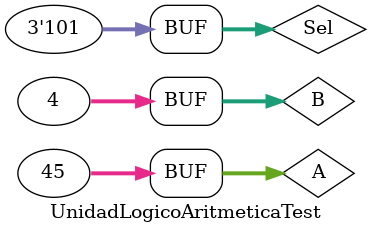
<source format=sv>
module UnidadLogicoAritmeticaTest();

	logic[31:0] A, B, C;
	logic[2:0] Sel;
	logic banNegativo, banCero, banDesborde, banAcarreo;

	UnidadLogicoAritmetica #(32) DUT(A, B, Sel, C, banNegativo, banCero, banDesborde, banAcarreo);
	
	initial begin
		
		A = 32'd45;
		B = 32'd30;
		Sel = 3'b000;
		
		#10;
		
		B = 32'd45;
		Sel = 3'b001;
		
		#10;
		
		Sel = 3'b010;
		
		#10;
		
		B = 32'd10;
		Sel = 3'b011;
		
		#10;
		
		B = 32'd4;
		Sel = 3'b100;
		
		#10;
		
		Sel = 3'b101;
	
	end

endmodule 
</source>
